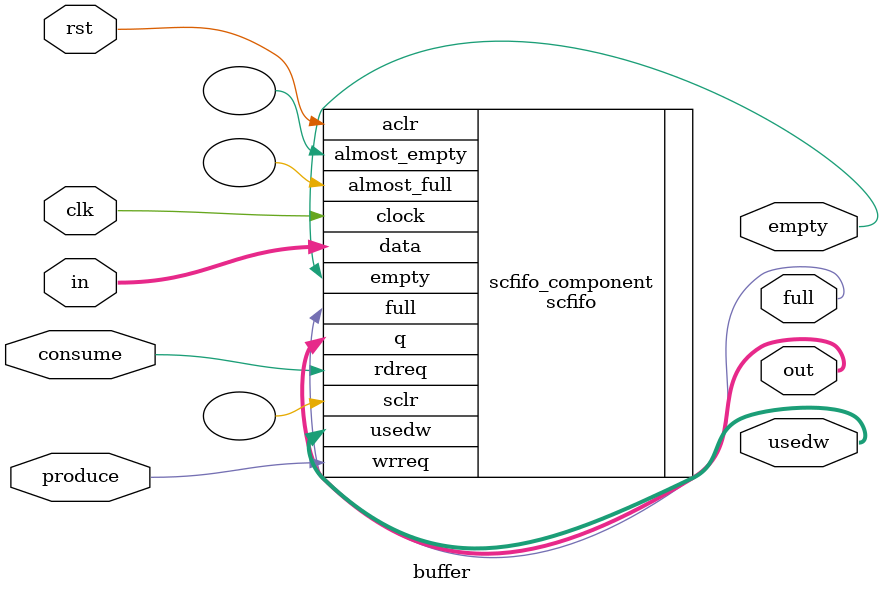
<source format=sv>
`define SYNTH
module buffer
#(
    parameter buffer_depth_log = 12,
    parameter buffer_depth=8,
    parameter buffer_width=64
)(
    input clk,
    input rst,
    input [buffer_width-1:0] in,
    input produce,
    input consume,
    output full,
    output empty,
    output reg [buffer_width-1:0] out,
    output [buffer_width-1:0] usedw
);
  	
    
`ifdef SIM
    parameter sample_cycle=64;
    reg[15:0] sample_counter;
    integer fd;
    always@(posedge clk) begin
        if(rst) begin
            sample_counter<=0;
        end
        else begin
            sample_counter<=(sample_counter==sample_cycle-1)?0:sample_counter+1;
        end
    end

    always@(posedge clk) begin
        if(sample_counter==sample_cycle-1) begin
            fd=$fopen("buffer_size.txt","a");
            if(fd) begin
                $display("buffer_size.txt open successfully\n");
            end
            else begin
                $display("file open failed\n");
            end
            $strobe("Displaying in %m ");
            $strobe("buffer utilization is: ");
            $strobe("tail is %d, head is %d, util is %d ",tail, head,((tail>=head)?(tail-head):(tail-head+buffer_depth)));
            $fdisplay(fd,"%d %d",((tail>=head)?(tail-head):(tail-head+buffer_depth)),buffer_depth);
            $fclose(fd);
        end
    end


`endif
    

 `ifdef SYNTH
	scfifo	scfifo_component (
				.aclr (rst),
				.clock (clk),
				.data (in),
				.rdreq (consume),
				.wrreq (produce),
				.empty (empty),
				.full (full),
				.q (out),
				.usedw (usedw),
				.almost_empty (),
				.almost_full (),
				.sclr ());
	defparam
		scfifo_component.add_ram_output_register = "ON",
		scfifo_component.intended_device_family = "Stratix V",
		scfifo_component.lpm_hint = "RAM_BLOCK_TYPE=AUTO",
		scfifo_component.lpm_numwords = buffer_depth,
		scfifo_component.lpm_showahead = "ON",
		scfifo_component.lpm_type = "scfifo",
		scfifo_component.lpm_width = buffer_width,
		scfifo_component.lpm_widthu = buffer_depth_log,
		scfifo_component.overflow_checking = "ON",
		scfifo_component.underflow_checking = "ON",
		scfifo_component.use_eab = "ON";           
`else
    

    
    integer i;

    wire[buffer_depth-1:0] head_next;
	wire[buffer_depth-1:0] tail_next;
	
    reg[buffer_depth-1:0] head;
	reg[buffer_depth-1:0] tail;

	reg[buffer_width-1:0] fifo[buffer_depth:0]; 

    initial begin
        integer i;
        for(i = 0; i <= buffer_depth; i = i + 1) begin
            fifo[i] = 0;
        end
    end


    assign empty = (head == tail);
	assign full = (tail == buffer_depth - 1) ? (head == 0) : (head == tail + 1);
	assign head_next = (head == buffer_depth - 1) ? 0 : head + 1;
	assign tail_next = (tail == buffer_depth - 1) ? 0 : tail + 1;


    always@(*) begin
        out = fifo[head];
    end

    always@(posedge clk) begin
        if(produce)
            fifo[tail] <= in;
    end


    always@(posedge clk) begin
        if(rst) begin
            tail <= 0;
        end
        else begin
            if(produce && ~full)
                tail <= tail_next;
        end
    end

    always@(posedge clk) begin
        if(rst) begin
            head <= 0;
        end
        else begin
            if(consume && ~empty)
                head <= head_next;
        end
    end


    reg [buffer_width - 1 : 0] usedw_reg;
    always@(*) begin
        if(tail >= head) begin
            usedw_reg = tail - head;
        end
        else begin
            usedw_reg = buffer_depth - head + tail;
        end
    end
    assign usedw = usedw_reg;

`endif

endmodule
        

</source>
